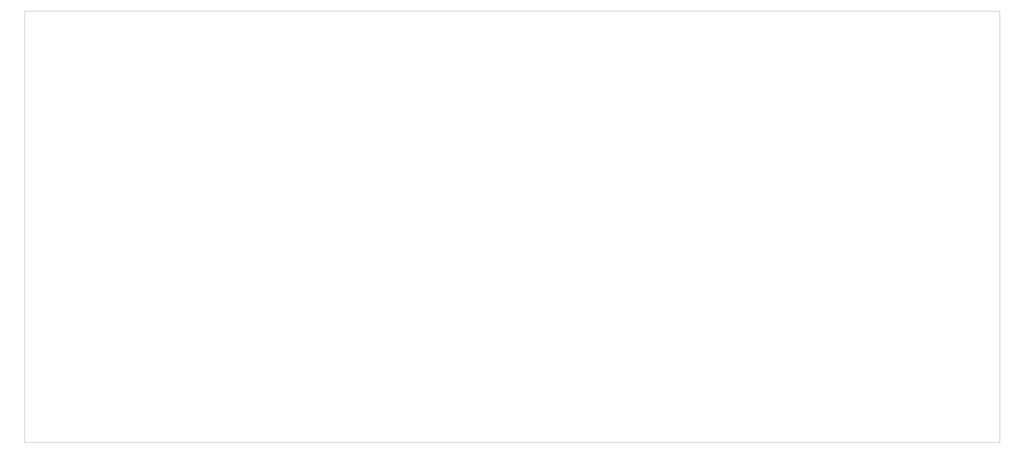
<source format=gbr>
%TF.GenerationSoftware,KiCad,Pcbnew,9.0.2*%
%TF.CreationDate,2025-06-25T18:54:02-05:00*%
%TF.ProjectId,MechaSlate,4d656368-6153-46c6-9174-652e6b696361,rev?*%
%TF.SameCoordinates,Original*%
%TF.FileFunction,Profile,NP*%
%FSLAX46Y46*%
G04 Gerber Fmt 4.6, Leading zero omitted, Abs format (unit mm)*
G04 Created by KiCad (PCBNEW 9.0.2) date 2025-06-25 18:54:02*
%MOMM*%
%LPD*%
G01*
G04 APERTURE LIST*
%TA.AperFunction,Profile*%
%ADD10C,0.050000*%
%TD*%
G04 APERTURE END LIST*
D10*
X169700000Y-114100000D02*
X499800000Y-114100000D01*
X499800000Y-260300000D01*
X169700000Y-260300000D01*
X169700000Y-114100000D01*
M02*

</source>
